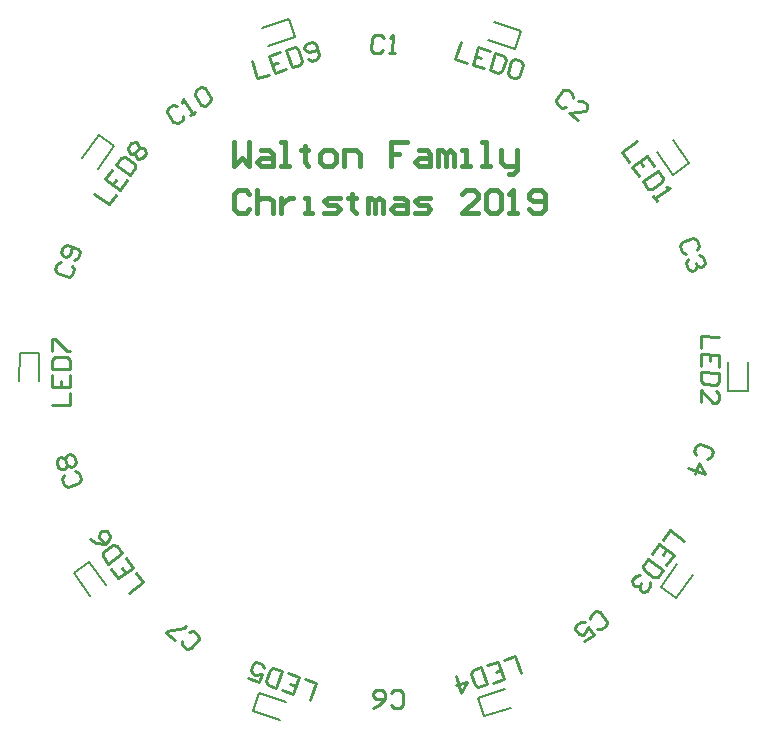
<source format=gto>
G04*
G04 #@! TF.GenerationSoftware,Altium Limited,Altium Designer,18.1.11 (251)*
G04*
G04 Layer_Color=65535*
%FSLAX25Y25*%
%MOIN*%
G70*
G01*
G75*
%ADD10C,0.00787*%
%ADD11C,0.01575*%
%ADD12C,0.01000*%
D10*
X573118Y224780D02*
X578691Y232410D01*
X567872Y228612D02*
X573118Y224780D01*
X567872Y228612D02*
X573446Y236242D01*
X509050Y185331D02*
X518044Y188228D01*
X507059Y191514D02*
X509050Y185331D01*
X507059Y191514D02*
X516053Y194411D01*
X431998Y187027D02*
X440977Y184085D01*
X431998Y187027D02*
X434022Y193200D01*
X443001Y190258D01*
X372223Y233068D02*
X377757Y225410D01*
X372223Y233068D02*
X377488Y236873D01*
X383022Y229215D01*
X354160Y297059D02*
X354185Y306507D01*
X360681Y306491D01*
X360656Y297042D02*
X360681Y306491D01*
X596861Y293893D02*
X596885Y303341D01*
X590365Y293909D02*
X596861Y293893D01*
X590365Y293909D02*
X590389Y303358D01*
X571857Y377390D02*
X577391Y369732D01*
X572126Y365927D02*
X577391Y369732D01*
X566592Y373585D02*
X572126Y365927D01*
X512196Y416849D02*
X521200Y413985D01*
X519232Y407795D02*
X521200Y413985D01*
X510227Y410658D02*
X519232Y407795D01*
X435051Y414990D02*
X444045Y417887D01*
X446036Y411703D01*
X437043Y408807D02*
X446036Y411703D01*
X374974Y371647D02*
X380547Y379277D01*
X385793Y375445D01*
X380220Y367815D02*
X385793Y375445D01*
D11*
X425575Y376795D02*
Y368924D01*
X428199Y371548D01*
X430823Y368924D01*
Y376795D01*
X434758Y374172D02*
X437382D01*
X438694Y372860D01*
Y368924D01*
X434758D01*
X433446Y370236D01*
X434758Y371548D01*
X438694D01*
X441318Y368924D02*
X443942D01*
X442630D01*
Y376795D01*
X441318D01*
X449189Y375483D02*
Y374172D01*
X447877D01*
X450501D01*
X449189D01*
Y370236D01*
X450501Y368924D01*
X455749D02*
X458373D01*
X459685Y370236D01*
Y372860D01*
X458373Y374172D01*
X455749D01*
X454437Y372860D01*
Y370236D01*
X455749Y368924D01*
X462308D02*
Y374172D01*
X466244D01*
X467556Y372860D01*
Y368924D01*
X483299Y376795D02*
X478051D01*
Y372860D01*
X480675D01*
X478051D01*
Y368924D01*
X487235Y374172D02*
X489858D01*
X491170Y372860D01*
Y368924D01*
X487235D01*
X485923Y370236D01*
X487235Y371548D01*
X491170D01*
X493794Y368924D02*
Y374172D01*
X495106D01*
X496418Y372860D01*
Y368924D01*
Y372860D01*
X497730Y374172D01*
X499042Y372860D01*
Y368924D01*
X501666D02*
X504290D01*
X502978D01*
Y374172D01*
X501666D01*
X508225Y368924D02*
X510849D01*
X509537D01*
Y376795D01*
X508225D01*
X514785Y374172D02*
Y370236D01*
X516097Y368924D01*
X520033D01*
Y367612D01*
X518721Y366300D01*
X517409D01*
X520033Y368924D02*
Y374172D01*
X430823Y359634D02*
X429510Y360946D01*
X426887D01*
X425575Y359634D01*
Y354387D01*
X426887Y353075D01*
X429510D01*
X430823Y354387D01*
X433446Y360946D02*
Y353075D01*
Y357011D01*
X434758Y358322D01*
X437382D01*
X438694Y357011D01*
Y353075D01*
X441318Y358322D02*
Y353075D01*
Y355699D01*
X442630Y357011D01*
X443942Y358322D01*
X445254D01*
X449189Y353075D02*
X451813D01*
X450501D01*
Y358322D01*
X449189D01*
X455749Y353075D02*
X459685D01*
X460996Y354387D01*
X459685Y355699D01*
X457061D01*
X455749Y357011D01*
X457061Y358322D01*
X460996D01*
X464932Y359634D02*
Y358322D01*
X463620D01*
X466244D01*
X464932D01*
Y354387D01*
X466244Y353075D01*
X470180D02*
Y358322D01*
X471492D01*
X472804Y357011D01*
Y353075D01*
Y357011D01*
X474116Y358322D01*
X475427Y357011D01*
Y353075D01*
X479363Y358322D02*
X481987D01*
X483299Y357011D01*
Y353075D01*
X479363D01*
X478051Y354387D01*
X479363Y355699D01*
X483299D01*
X485923Y353075D02*
X489858D01*
X491170Y354387D01*
X489858Y355699D01*
X487235D01*
X485923Y357011D01*
X487235Y358322D01*
X491170D01*
X506913Y353075D02*
X501666D01*
X506913Y358322D01*
Y359634D01*
X505602Y360946D01*
X502978D01*
X501666Y359634D01*
X509537D02*
X510849Y360946D01*
X513473D01*
X514785Y359634D01*
Y354387D01*
X513473Y353075D01*
X510849D01*
X509537Y354387D01*
Y359634D01*
X517409Y353075D02*
X520033D01*
X518721D01*
Y360946D01*
X517409Y359634D01*
X523968Y354387D02*
X525280Y353075D01*
X527904D01*
X529216Y354387D01*
Y359634D01*
X527904Y360946D01*
X525280D01*
X523968Y359634D01*
Y358322D01*
X525280Y357011D01*
X529216D01*
D12*
X431646Y403705D02*
X433500Y398000D01*
X437303Y399236D01*
X441154Y406794D02*
X437351Y405558D01*
X439205Y399853D01*
X443008Y401089D01*
X438278Y402706D02*
X440179Y403324D01*
X443055Y407411D02*
X444909Y401707D01*
X447761Y402634D01*
X448403Y403893D01*
X447167Y407696D01*
X445908Y408338D01*
X443055Y407411D01*
X450305Y404511D02*
X451564Y403869D01*
X453466Y404487D01*
X454108Y405747D01*
X452872Y409550D01*
X451612Y410192D01*
X449711Y409574D01*
X449069Y408314D01*
X449378Y407364D01*
X450637Y406722D01*
X453490Y407648D01*
X379148Y359526D02*
X384000Y356000D01*
X386350Y359235D01*
X385023Y367613D02*
X382673Y364378D01*
X387526Y360853D01*
X389876Y364088D01*
X385099Y362615D02*
X386275Y364233D01*
X386199Y369231D02*
X391051Y365705D01*
X392814Y368131D01*
X392593Y369528D01*
X389358Y371878D01*
X387961Y371657D01*
X386199Y369231D01*
X390533Y373496D02*
X390312Y374892D01*
X391487Y376509D01*
X392883Y376731D01*
X393692Y376143D01*
X393913Y374747D01*
X395310Y374968D01*
X396118Y374380D01*
X396340Y372984D01*
X395164Y371366D01*
X393768Y371145D01*
X392959Y371733D01*
X392738Y373129D01*
X391342Y372908D01*
X390533Y373496D01*
X392738Y373129D02*
X393913Y374747D01*
X365002Y289000D02*
X371000D01*
Y292999D01*
X365002Y298997D02*
Y294998D01*
X371000D01*
Y298997D01*
X368001Y294998D02*
Y296997D01*
X365002Y300996D02*
X371000D01*
Y303995D01*
X370000Y304995D01*
X366002D01*
X365002Y303995D01*
Y300996D01*
Y306994D02*
Y310993D01*
X366002D01*
X370000Y306994D01*
X371000D01*
X390632Y226495D02*
X395500Y230000D01*
X393163Y233245D01*
X384791Y234608D02*
X387128Y231363D01*
X391995Y234868D01*
X389659Y238113D01*
X389562Y233115D02*
X388393Y234738D01*
X383623Y236231D02*
X388491Y239735D01*
X386738Y242169D01*
X385343Y242396D01*
X382098Y240060D01*
X381871Y238664D01*
X383623Y236231D01*
X377782Y244343D02*
X379761Y243305D01*
X382552Y242851D01*
X384175Y244019D01*
X384402Y245414D01*
X383234Y247037D01*
X381838Y247264D01*
X381027Y246680D01*
X380800Y245284D01*
X382552Y242851D01*
X451042Y190831D02*
X453000Y196500D01*
X449221Y197806D01*
X441593Y194095D02*
X445372Y192789D01*
X447331Y198459D01*
X443551Y199764D01*
X446351Y195624D02*
X444462Y196277D01*
X439703Y194748D02*
X441661Y200417D01*
X438827Y201396D01*
X437555Y200778D01*
X436250Y196998D01*
X436868Y195727D01*
X439703Y194748D01*
X430254Y198012D02*
X434034Y196706D01*
X435013Y199541D01*
X432797Y199249D01*
X431852Y199575D01*
X431233Y200847D01*
X431886Y202736D01*
X433157Y203355D01*
X435047Y202702D01*
X435666Y201431D01*
X521397Y199810D02*
X519500Y205500D01*
X515706Y204236D01*
X511913Y196649D02*
X515706Y197913D01*
X513810Y203603D01*
X510016Y202339D01*
X514758Y200758D02*
X512861Y200126D01*
X510016Y196016D02*
X508119Y201707D01*
X505274Y200758D01*
X504642Y199494D01*
X505907Y195700D01*
X507171Y195068D01*
X510016Y196016D01*
X499584Y198861D02*
X501481Y193171D01*
X503378Y196965D01*
X499584Y195700D01*
X575810Y243917D02*
X571000Y247500D01*
X568611Y244293D01*
X569839Y235900D02*
X572227Y239107D01*
X567417Y242690D01*
X565028Y239483D01*
X569822Y240898D02*
X568628Y239295D01*
X568645Y234296D02*
X563834Y237879D01*
X562043Y235474D01*
X562247Y234075D01*
X565454Y231687D01*
X566853Y231891D01*
X568645Y234296D01*
X564260Y230083D02*
X564465Y228684D01*
X563270Y227081D01*
X561871Y226876D01*
X561070Y227473D01*
X560865Y228872D01*
X561462Y229674D01*
X560865Y228872D01*
X559466Y228668D01*
X558664Y229265D01*
X558460Y230664D01*
X559654Y232267D01*
X561053Y232472D01*
X587498Y311917D02*
X581500Y312000D01*
X581445Y308002D01*
X587360Y301922D02*
X587415Y305920D01*
X581417Y306002D01*
X581362Y302004D01*
X584416Y305961D02*
X584389Y303962D01*
X587332Y299922D02*
X581335Y300005D01*
X581294Y297006D01*
X582279Y295993D01*
X586278Y295938D01*
X587291Y296924D01*
X587332Y299922D01*
X581197Y290009D02*
X581252Y294007D01*
X585196Y289954D01*
X586195Y289940D01*
X587209Y290926D01*
X587236Y292925D01*
X586250Y293939D01*
X559874Y376996D02*
X555000Y373500D01*
X557331Y370251D01*
X565701Y368874D02*
X563370Y372123D01*
X558496Y368626D01*
X560827Y365377D01*
X560933Y370374D02*
X562099Y368750D01*
X566866Y367249D02*
X561993Y363753D01*
X563741Y361316D01*
X565136Y361086D01*
X568385Y363417D01*
X568614Y364812D01*
X566866Y367249D01*
X565489Y358879D02*
X566654Y357255D01*
X566072Y358067D01*
X570945Y361563D01*
X569550Y361793D01*
X501354Y410205D02*
X499500Y404500D01*
X503303Y403264D01*
X510861Y407115D02*
X507058Y408351D01*
X505204Y402646D01*
X509008Y401411D01*
X506131Y405499D02*
X508033Y404881D01*
X512762Y406497D02*
X510909Y400793D01*
X513761Y399866D01*
X515021Y400508D01*
X516257Y404311D01*
X515615Y405571D01*
X512762Y406497D01*
X518158Y403693D02*
X519418Y404335D01*
X521319Y403717D01*
X521961Y402458D01*
X520725Y398655D01*
X519466Y398013D01*
X517564Y398631D01*
X516922Y399890D01*
X518158Y403693D01*
X406681Y388865D02*
X405300Y389169D01*
X403615Y388094D01*
X403310Y386713D01*
X405462Y383343D01*
X406843Y383038D01*
X408528Y384114D01*
X408833Y385494D01*
X411056Y385728D02*
X412741Y386804D01*
X411898Y386265D01*
X408671Y391321D01*
X408366Y389941D01*
X412579Y392630D02*
X412884Y394011D01*
X414569Y395087D01*
X415949Y394782D01*
X418101Y391412D01*
X417796Y390031D01*
X416111Y388955D01*
X414731Y389260D01*
X412579Y392630D01*
X368023Y336874D02*
X366758Y336242D01*
X366126Y334345D01*
X366758Y333081D01*
X370552Y331816D01*
X371816Y332448D01*
X372448Y334345D01*
X371816Y335610D01*
X372448Y337506D02*
X373713Y338139D01*
X374345Y340035D01*
X373713Y341300D01*
X369919Y342564D01*
X368655Y341932D01*
X368023Y340035D01*
X368655Y338771D01*
X369603Y338455D01*
X370868Y339087D01*
X371816Y341932D01*
X369015Y265771D02*
X368371Y264513D01*
X368985Y262610D01*
X370243Y261965D01*
X374049Y263193D01*
X374693Y264451D01*
X374079Y266354D01*
X372821Y266999D01*
X368402Y267674D02*
X367143Y268318D01*
X366529Y270221D01*
X367174Y271480D01*
X368125Y271786D01*
X369384Y271142D01*
X370028Y272400D01*
X370980Y272707D01*
X372238Y272063D01*
X372852Y270160D01*
X372207Y268901D01*
X371256Y268595D01*
X369998Y269239D01*
X369353Y267981D01*
X368402Y267674D01*
X369998Y269239D02*
X369384Y271142D01*
X408305Y210391D02*
X408507Y208992D01*
X410108Y207794D01*
X411507Y207997D01*
X413902Y211199D01*
X413699Y212598D01*
X412098Y213796D01*
X410699Y213594D01*
X406105Y210787D02*
X402902Y213181D01*
X403500Y213982D01*
X409097Y214791D01*
X409696Y215591D01*
X478001Y189002D02*
X479001Y188002D01*
X481000D01*
X482000Y189002D01*
Y193000D01*
X481000Y194000D01*
X479001D01*
X478001Y193000D01*
X472003Y188002D02*
X474003Y189002D01*
X476002Y191001D01*
Y193000D01*
X475002Y194000D01*
X473003D01*
X472003Y193000D01*
Y192001D01*
X473003Y191001D01*
X476002D01*
X546626Y214610D02*
X548020Y214372D01*
X549651Y215528D01*
X549889Y216921D01*
X547578Y220184D01*
X546184Y220422D01*
X544553Y219267D01*
X544315Y217873D01*
X542309Y210327D02*
X545572Y212638D01*
X543839Y215086D01*
X542785Y213114D01*
X541969Y212537D01*
X540576Y212774D01*
X539420Y214406D01*
X539658Y215799D01*
X541290Y216955D01*
X542683Y216717D01*
X583362Y271053D02*
X584640Y271658D01*
X585312Y273541D01*
X584707Y274819D01*
X580941Y276164D01*
X579664Y275559D01*
X578991Y273676D01*
X579597Y272398D01*
X576974Y268027D02*
X582623Y266010D01*
X580807Y269843D01*
X579462Y266077D01*
X580076Y340986D02*
X580666Y342271D01*
X579972Y344146D01*
X578687Y344736D01*
X574937Y343347D01*
X574347Y342063D01*
X575042Y340188D01*
X576326Y339597D01*
X580770Y339111D02*
X582055Y338521D01*
X582750Y336646D01*
X582159Y335362D01*
X581222Y335014D01*
X579937Y335605D01*
X579590Y336542D01*
X579937Y335605D01*
X579347Y334320D01*
X578409Y333973D01*
X577125Y334563D01*
X576430Y336438D01*
X577021Y337722D01*
X538698Y391599D02*
X538498Y392999D01*
X536899Y394199D01*
X535499Y393999D01*
X533100Y390800D01*
X533300Y389400D01*
X534899Y388201D01*
X536299Y388401D01*
X540497Y384002D02*
X537298Y386401D01*
X542897Y387201D01*
X543496Y388001D01*
X543296Y389400D01*
X541697Y390600D01*
X540298Y390400D01*
X475528Y411475D02*
X474534Y412480D01*
X472535Y412492D01*
X471529Y411498D01*
X471506Y407500D01*
X472500Y406494D01*
X474499Y406482D01*
X475504Y407476D01*
X477498Y406465D02*
X479497Y406453D01*
X478498Y406459D01*
X478533Y412457D01*
X477527Y411463D01*
M02*

</source>
